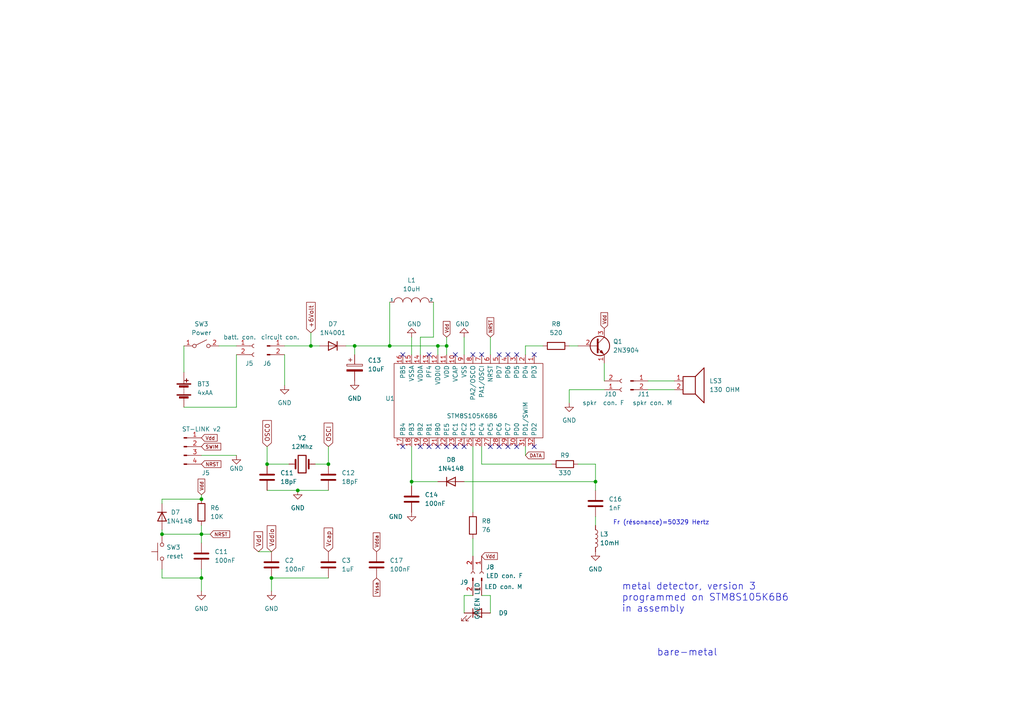
<source format=kicad_sch>
(kicad_sch (version 20211123) (generator eeschema)
  (paper "A4")
  (lib_symbols
    (symbol "Connector:Conn_01x02_Female" (pin_names (offset 1.016) hide)
      (property "Reference" "J" (at 0 2.54 0))
      (property "Value" "Conn_01x02_Female" (at 0 -5.08 0))
      (symbol "Conn_01x02_Female_1_1"
        (arc (start 0 -2.032) (mid -0.508 -2.54) (end 0 -3.048) (stroke (width 0.1524)))
        (polyline (pts (xy -1.27 -2.54) (xy -0.508 -2.54)) (stroke (width 0.1524)))
        (polyline (pts (xy -1.27 0) (xy -0.508 0)) (stroke (width 0.1524)))
        (arc (start 0 0.508) (mid -0.508 0) (end 0 -0.508) (stroke (width 0.1524)))
        (pin passive line (at -5.08 0 0) (length 3.81) (name "Pin_1") (number "1"))
        (pin passive line (at -5.08 -2.54 0) (length 3.81) (name "Pin_2") (number "2"))
      )
    )
    (symbol "Connector:Conn_01x02_Male" (pin_names (offset 1.016) hide)
      (property "Reference" "J" (at 0 2.54 0))
      (property "Value" "Conn_01x02_Male" (at 0 -5.08 0))
      (symbol "Conn_01x02_Male_1_1"
        (polyline (pts (xy 1.27 -2.54) (xy 0.8636 -2.54)) (stroke (width 0.1524)))
        (polyline (pts (xy 1.27 0) (xy 0.8636 0)) (stroke (width 0.1524)))
        (rectangle (start 0.8636 -2.413) (end 0 -2.667) (stroke (width 0.1524)) (fill (type outline)))
        (rectangle (start 0.8636 0.127) (end 0 -0.127) (stroke (width 0.1524)) (fill (type outline)))
        (pin passive line (at 5.08 0 180) (length 3.81) (name "Pin_1") (number "1"))
        (pin passive line (at 5.08 -2.54 180) (length 3.81) (name "Pin_2") (number "2"))
      )
    )
    (symbol "Connector:Conn_01x04_Male" (pin_names (offset 1.016) hide)
      (property "Reference" "J" (at 0 5.08 0))
      (property "Value" "Conn_01x04_Male" (at 0 -7.62 0))
      (symbol "Conn_01x04_Male_1_1"
        (polyline (pts (xy 1.27 -5.08) (xy 0.8636 -5.08)) (stroke (width 0.1524)))
        (polyline (pts (xy 1.27 -2.54) (xy 0.8636 -2.54)) (stroke (width 0.1524)))
        (polyline (pts (xy 1.27 0) (xy 0.8636 0)) (stroke (width 0.1524)))
        (polyline (pts (xy 1.27 2.54) (xy 0.8636 2.54)) (stroke (width 0.1524)))
        (rectangle (start 0.8636 -4.953) (end 0 -5.207) (stroke (width 0.1524)) (fill (type outline)))
        (rectangle (start 0.8636 -2.413) (end 0 -2.667) (stroke (width 0.1524)) (fill (type outline)))
        (rectangle (start 0.8636 0.127) (end 0 -0.127) (stroke (width 0.1524)) (fill (type outline)))
        (rectangle (start 0.8636 2.667) (end 0 2.413) (stroke (width 0.1524)) (fill (type outline)))
        (pin passive line (at 5.08 2.54 180) (length 3.81) (name "Pin_1") (number "1"))
        (pin passive line (at 5.08 0 180) (length 3.81) (name "Pin_2") (number "2"))
        (pin passive line (at 5.08 -2.54 180) (length 3.81) (name "Pin_3") (number "3"))
        (pin passive line (at 5.08 -5.08 180) (length 3.81) (name "Pin_4") (number "4"))
      )
    )
    (symbol "Device:Battery" (pin_numbers hide) (pin_names (offset 0) hide)
      (property "Reference" "BT" (at 2.54 2.54 0))
      (property "Value" "Battery" (at 2.54 0 0))
      (symbol "Battery_0_1"
        (rectangle (start -2.032 -1.397) (end 2.032 -1.651) (fill (type outline)))
        (rectangle (start -2.032 1.778) (end 2.032 1.524) (fill (type outline)))
        (rectangle (start -1.3208 -1.9812) (end 1.27 -2.4892) (fill (type outline)))
        (rectangle (start -1.3208 1.1938) (end 1.27 0.6858) (fill (type outline)))
        (polyline (pts (xy 0 -1.524) (xy 0 -1.27)))
        (polyline (pts (xy 0 -1.016) (xy 0 -0.762)))
        (polyline (pts (xy 0 -0.508) (xy 0 -0.254)))
        (polyline (pts (xy 0 0) (xy 0 0.254)))
        (polyline (pts (xy 0 0.508) (xy 0 0.762)))
        (polyline (pts (xy 0 1.778) (xy 0 2.54)))
        (polyline (pts (xy 0.254 2.667) (xy 1.27 2.667)) (stroke (width 0.254)))
        (polyline (pts (xy 0.762 3.175) (xy 0.762 2.159)) (stroke (width 0.254)))
      )
      (symbol "Battery_1_1"
        (pin passive line (at 0 5.08 270) (length 2.54) (name "+") (number "1"))
        (pin passive line (at 0 -5.08 90) (length 2.54) (name "-") (number "2"))
      )
    )
    (symbol "Device:C" (pin_numbers hide) (pin_names (offset 0.254))
      (property "Reference" "C" (at 0.635 2.54 0))
      (property "Value" "C" (at 0.635 -2.54 0))
      (symbol "C_0_1"
        (polyline (pts (xy -2.032 -0.762) (xy 2.032 -0.762)) (stroke (width 0.508)))
        (polyline (pts (xy -2.032 0.762) (xy 2.032 0.762)) (stroke (width 0.508)))
      )
      (symbol "C_1_1"
        (pin passive line (at 0 3.81 270) (length 2.794) (name "~") (number "1"))
        (pin passive line (at 0 -3.81 90) (length 2.794) (name "~") (number "2"))
      )
    )
    (symbol "Device:C_Polarized" (pin_numbers hide) (pin_names (offset 0.254))
      (property "Reference" "C" (at 0.635 2.54 0))
      (property "Value" "C_Polarized" (at 0.635 -2.54 0))
      (symbol "C_Polarized_0_1"
        (rectangle (start -2.286 0.508) (end 2.286 1.016))
        (polyline (pts (xy -1.778 2.286) (xy -0.762 2.286)))
        (polyline (pts (xy -1.27 2.794) (xy -1.27 1.778)))
        (rectangle (start 2.286 -0.508) (end -2.286 -1.016) (fill (type outline)))
      )
      (symbol "C_Polarized_1_1"
        (pin passive line (at 0 3.81 270) (length 2.794) (name "~") (number "1"))
        (pin passive line (at 0 -3.81 90) (length 2.794) (name "~") (number "2"))
      )
    )
    (symbol "Device:Crystal" (pin_numbers hide) (pin_names (offset 1.016) hide)
      (property "Reference" "Y" (at 0 3.81 0))
      (property "Value" "Crystal" (at 0 -3.81 0))
      (symbol "Crystal_0_1"
        (rectangle (start -1.143 2.54) (end 1.143 -2.54) (stroke (width 0.3048)))
        (polyline (pts (xy -2.54 0) (xy -1.905 0)))
        (polyline (pts (xy -1.905 -1.27) (xy -1.905 1.27)) (stroke (width 0.508)))
        (polyline (pts (xy 1.905 -1.27) (xy 1.905 1.27)) (stroke (width 0.508)))
        (polyline (pts (xy 2.54 0) (xy 1.905 0)))
      )
      (symbol "Crystal_1_1"
        (pin passive line (at -3.81 0 0) (length 1.27) (name "1") (number "1"))
        (pin passive line (at 3.81 0 180) (length 1.27) (name "2") (number "2"))
      )
    )
    (symbol "Device:L" (pin_numbers hide) (pin_names (offset 1.016) hide)
      (property "Reference" "L" (at -1.27 0 90))
      (property "Value" "L" (at 1.905 0 90))
      (symbol "L_0_1"
        (arc (start 0 -2.54) (mid 0.635 -1.905) (end 0 -1.27))
        (arc (start 0 -1.27) (mid 0.635 -0.635) (end 0 0))
        (arc (start 0 0) (mid 0.635 0.635) (end 0 1.27))
        (arc (start 0 1.27) (mid 0.635 1.905) (end 0 2.54))
      )
      (symbol "L_1_1"
        (pin passive line (at 0 3.81 270) (length 1.27) (name "1") (number "1"))
        (pin passive line (at 0 -3.81 90) (length 1.27) (name "2") (number "2"))
      )
    )
    (symbol "Device:LED" (pin_numbers hide) (pin_names (offset 1.016) hide)
      (property "Reference" "D" (at 0 2.54 0))
      (property "Value" "LED" (at 0 -2.54 0))
      (symbol "LED_0_1"
        (polyline (pts (xy -1.27 -1.27) (xy -1.27 1.27)) (stroke (width 0.254)))
        (polyline (pts (xy -1.27 0) (xy 1.27 0)))
        (polyline (pts (xy 1.27 -1.27) (xy 1.27 1.27) (xy -1.27 0) (xy 1.27 -1.27)) (stroke (width 0.254)))
        (polyline (pts (xy -3.048 -0.762) (xy -4.572 -2.286) (xy -3.81 -2.286) (xy -4.572 -2.286) (xy -4.572 -1.524)))
        (polyline (pts (xy -1.778 -0.762) (xy -3.302 -2.286) (xy -2.54 -2.286) (xy -3.302 -2.286) (xy -3.302 -1.524)))
      )
      (symbol "LED_1_1"
        (pin passive line (at -3.81 0 0) (length 2.54) (name "K") (number "1"))
        (pin passive line (at 3.81 0 180) (length 2.54) (name "A") (number "2"))
      )
    )
    (symbol "Device:R" (pin_numbers hide) (pin_names (offset 0))
      (property "Reference" "R" (at 2.032 0 90))
      (property "Value" "R" (at 0 0 90))
      (symbol "R_0_1"
        (rectangle (start -1.016 -2.54) (end 1.016 2.54) (stroke (width 0.254)))
      )
      (symbol "R_1_1"
        (pin passive line (at 0 3.81 270) (length 1.27) (name "~") (number "1"))
        (pin passive line (at 0 -3.81 90) (length 1.27) (name "~") (number "2"))
      )
    )
    (symbol "Device:Speaker" (pin_names (offset 0) hide)
      (property "Reference" "LS" (at 1.27 5.715 0))
      (property "Value" "Speaker" (at 1.27 3.81 0))
      (symbol "Speaker_0_0"
        (rectangle (start -2.54 1.27) (end 1.016 -3.81) (stroke (width 0.254)))
        (polyline (pts (xy 1.016 1.27) (xy 3.556 3.81) (xy 3.556 -6.35) (xy 1.016 -3.81)) (stroke (width 0.254)))
      )
      (symbol "Speaker_1_1"
        (pin input line (at -5.08 0 0) (length 2.54) (name "1") (number "1"))
        (pin input line (at -5.08 -2.54 0) (length 2.54) (name "2") (number "2"))
      )
    )
    (symbol "Diode:1N4001" (pin_numbers hide) (pin_names (offset 1.016) hide)
      (property "Reference" "D" (at 0 2.54 0))
      (property "Value" "1N4001" (at 0 -2.54 0))
      (symbol "1N4001_0_1"
        (polyline (pts (xy -1.27 1.27) (xy -1.27 -1.27)) (stroke (width 0.254)))
        (polyline (pts (xy 1.27 0) (xy -1.27 0)))
        (polyline (pts (xy 1.27 1.27) (xy 1.27 -1.27) (xy -1.27 0) (xy 1.27 1.27)) (stroke (width 0.254)))
      )
      (symbol "1N4001_1_1"
        (pin passive line (at -3.81 0 0) (length 2.54) (name "K") (number "1"))
        (pin passive line (at 3.81 0 180) (length 2.54) (name "A") (number "2"))
      )
    )
    (symbol "Diode:1N4148" (pin_numbers hide) (pin_names (offset 1.016) hide)
      (property "Reference" "D" (at 0 2.54 0))
      (property "Value" "1N4148" (at 0 -2.54 0))
      (symbol "1N4148_0_1"
        (polyline (pts (xy -1.27 1.27) (xy -1.27 -1.27)) (stroke (width 0.254)))
        (polyline (pts (xy 1.27 0) (xy -1.27 0)))
        (polyline (pts (xy 1.27 1.27) (xy 1.27 -1.27) (xy -1.27 0) (xy 1.27 1.27)) (stroke (width 0.254)))
      )
      (symbol "1N4148_1_1"
        (pin passive line (at -3.81 0 0) (length 2.54) (name "K") (number "1"))
        (pin passive line (at 3.81 0 180) (length 2.54) (name "A") (number "2"))
      )
    )
    (symbol "MCU_ST_STM8:STM8S105K6B6"
      (property "Reference" "U1" (at 0.6351 -25.4 90))
      (property "Value" "STM8S105K6B6" (at -2.54 -3.81 90))
      (symbol "STM8S105K6B6_0_1"
        (rectangle (start -10.16 24.13) (end 11.43 -19.05))
      )
      (symbol "STM8S105K6B6_1_1"
        (pin bidirectional line (at -12.7 21.59 0) (length 2.54) (name "PD3") (number "1"))
        (pin passive line (at -12.7 -1.27 0) (length 2.54) (name "VCAP") (number "10"))
        (pin power_in line (at -12.7 -3.81 0) (length 2.54) (name "VDD") (number "11"))
        (pin power_in line (at -12.7 -6.35 0) (length 2.54) (name "VDDIO") (number "12"))
        (pin bidirectional line (at -12.7 -8.89 0) (length 2.54) (name "PF4") (number "13"))
        (pin power_in line (at -12.7 -11.43 0) (length 2.54) (name "VDDA") (number "14"))
        (pin power_in line (at -12.7 -13.97 0) (length 2.54) (name "VSSA") (number "15"))
        (pin bidirectional line (at -12.7 -16.51 0) (length 2.54) (name "PB5") (number "16"))
        (pin bidirectional line (at 13.97 -16.51 180) (length 2.54) (name "PB4") (number "17"))
        (pin bidirectional line (at 13.97 -13.97 180) (length 2.54) (name "PB3") (number "18"))
        (pin bidirectional line (at 13.97 -11.43 180) (length 2.54) (name "PB2") (number "19"))
        (pin bidirectional line (at -12.7 19.05 0) (length 2.54) (name "PD4") (number "2"))
        (pin bidirectional line (at 13.97 -8.89 180) (length 2.54) (name "PB1") (number "20"))
        (pin bidirectional line (at 13.97 -6.35 180) (length 2.54) (name "PB0") (number "21"))
        (pin bidirectional line (at 13.97 -3.81 180) (length 2.54) (name "PE5") (number "22"))
        (pin bidirectional line (at 13.97 -1.27 180) (length 2.54) (name "PC1") (number "23"))
        (pin bidirectional line (at 13.97 1.27 180) (length 2.54) (name "PC2") (number "24"))
        (pin bidirectional line (at 13.97 3.81 180) (length 2.54) (name "PC3") (number "25"))
        (pin bidirectional line (at 13.97 6.35 180) (length 2.54) (name "PC4") (number "26"))
        (pin bidirectional line (at 13.97 8.89 180) (length 2.54) (name "PC5") (number "27"))
        (pin bidirectional line (at 13.97 11.43 180) (length 2.54) (name "PC6") (number "28"))
        (pin bidirectional line (at 13.97 13.97 180) (length 2.54) (name "PC7") (number "29"))
        (pin bidirectional line (at -12.7 16.51 0) (length 2.54) (name "PD5") (number "3"))
        (pin bidirectional line (at 13.97 16.51 180) (length 2.54) (name "PD0") (number "30"))
        (pin bidirectional line (at 13.97 19.05 180) (length 2.54) (name "PD1/SWIM") (number "31"))
        (pin bidirectional line (at 13.97 21.59 180) (length 2.54) (name "PD2") (number "32"))
        (pin bidirectional line (at -12.7 13.97 0) (length 2.54) (name "PD6") (number "4"))
        (pin bidirectional line (at -12.7 11.43 0) (length 2.54) (name "PD7") (number "5"))
        (pin bidirectional line (at -12.7 8.89 0) (length 2.54) (name "NRST") (number "6"))
        (pin bidirectional line (at -12.7 6.35 0) (length 2.54) (name "PA1/OSCI") (number "7"))
        (pin bidirectional line (at -12.7 3.81 0) (length 2.54) (name "PA2/OSCO") (number "8"))
        (pin power_in line (at -12.7 1.27 0) (length 2.54) (name "VSS") (number "9"))
      )
    )
    (symbol "Switch:SW_MEC_5G" (pin_numbers hide) (pin_names (offset 1.016) hide)
      (property "Reference" "SW" (at 1.27 2.54 0))
      (property "Value" "SW_MEC_5G" (at 0 -1.524 0))
      (symbol "SW_MEC_5G_0_1"
        (circle (center -2.032 0) (radius 0.508))
        (polyline (pts (xy 0 1.27) (xy 0 3.048)))
        (polyline (pts (xy 2.54 1.27) (xy -2.54 1.27)))
        (circle (center 2.032 0) (radius 0.508))
        (pin passive line (at -5.08 0 0) (length 2.54) (name "A") (number "1"))
        (pin passive line (at 5.08 0 180) (length 2.54) (name "B") (number "3"))
      )
      (symbol "SW_MEC_5G_1_1"
        (pin passive line (at -5.08 0 0) (length 2.54) hide (name "A") (number "2"))
        (pin passive line (at 5.08 0 180) (length 2.54) hide (name "B") (number "4"))
      )
    )
    (symbol "Switch:SW_SPST" (pin_names (offset 0) hide)
      (property "Reference" "SW" (at 0 3.175 0))
      (property "Value" "SW_SPST" (at 0 -2.54 0))
      (symbol "SW_SPST_0_0"
        (circle (center -2.032 0) (radius 0.508))
        (polyline (pts (xy -1.524 0.254) (xy 1.524 1.778)))
        (circle (center 2.032 0) (radius 0.508))
      )
      (symbol "SW_SPST_1_1"
        (pin passive line (at -5.08 0 0) (length 2.54) (name "A") (number "1"))
        (pin passive line (at 5.08 0 180) (length 2.54) (name "B") (number "2"))
      )
    )
    (symbol "Transistor_BJT:2N3904" (pin_names (offset 0) hide)
      (property "Reference" "Q" (at 5.08 1.905 0))
      (property "Value" "2N3904" (at 5.08 0 0))
      (symbol "2N3904_0_1"
        (polyline (pts (xy 0.635 0.635) (xy 2.54 2.54)))
        (polyline (pts (xy 0.635 -0.635) (xy 2.54 -2.54) (xy 2.54 -2.54)))
        (polyline (pts (xy 0.635 1.905) (xy 0.635 -1.905) (xy 0.635 -1.905)) (stroke (width 0.508)))
        (polyline (pts (xy 1.27 -1.778) (xy 1.778 -1.27) (xy 2.286 -2.286) (xy 1.27 -1.778) (xy 1.27 -1.778)) (fill (type outline)))
        (circle (center 1.27 0) (radius 2.8194) (stroke (width 0.254)))
      )
      (symbol "2N3904_1_1"
        (pin passive line (at 2.54 -5.08 90) (length 2.54) (name "E") (number "1"))
        (pin passive line (at -5.08 0 0) (length 5.715) (name "B") (number "2"))
        (pin passive line (at 2.54 5.08 270) (length 2.54) (name "C") (number "3"))
      )
    )
    (symbol "power:GND" (power) (pin_names (offset 0))
      (property "Value" "GND" (at 0 -3.81 0))
      (symbol "GND_0_1"
        (polyline (pts (xy 0 0) (xy 0 -1.27) (xy 1.27 -1.27) (xy 0 -2.54) (xy -1.27 -1.27) (xy 0 -1.27)))
      )
      (symbol "GND_1_1"
        (pin power_in line (at 0 0 270) (length 0) hide (name "GND") (number "1"))
      )
    )
    (symbol "pspice:INDUCTOR" (pin_numbers hide) (pin_names (offset 0))
      (property "Reference" "L" (at 0 2.54 0))
      (property "Value" "INDUCTOR" (at 0 -1.27 0))
      (symbol "INDUCTOR_0_1"
        (arc (start -2.54 0) (mid -3.81 1.27) (end -5.08 0))
        (arc (start 0 0) (mid -1.27 1.27) (end -2.54 0))
        (arc (start 2.54 0) (mid 1.27 1.27) (end 0 0))
        (arc (start 5.08 0) (mid 3.81 1.27) (end 2.54 0))
      )
      (symbol "INDUCTOR_1_1"
        (pin input line (at -6.35 0 0) (length 1.27) (name "1") (number "1"))
        (pin input line (at 6.35 0 180) (length 1.27) (name "2") (number "2"))
      )
    )
  )
  (junction (at 46.99 154.94))
  (junction (at 102.87 100.33))
  (junction (at 58.42 154.94))
  (junction (at 113.03 100.33))
  (junction (at 58.42 167.64))
  (junction (at 78.74 167.64))
  (junction (at 129.54 100.33))
  (junction (at 95.25 134.62))
  (junction (at 58.42 144.78))
  (junction (at 90.17 100.33))
  (junction (at 77.47 134.62))
  (junction (at 127 100.33))
  (junction (at 119.38 139.7))
  (junction (at 172.72 139.7))
  (junction (at 86.36 142.24))
  (no_connect (at 154.94 102.87))
  (no_connect (at 149.86 129.54))
  (no_connect (at 137.16 102.87))
  (no_connect (at 132.08 102.87))
  (no_connect (at 127 129.54))
  (no_connect (at 144.78 102.87))
  (no_connect (at 142.24 129.54))
  (no_connect (at 147.32 129.54))
  (no_connect (at 134.62 129.54))
  (no_connect (at 144.78 129.54))
  (no_connect (at 116.84 129.54))
  (no_connect (at 129.54 129.54))
  (no_connect (at 132.08 129.54))
  (no_connect (at 139.7 102.87))
  (no_connect (at 124.46 129.54))
  (no_connect (at 154.94 129.54))
  (no_connect (at 121.92 129.54))
  (no_connect (at 116.84 102.87))
  (no_connect (at 124.46 102.87))
  (no_connect (at 149.86 102.87))
  (no_connect (at 147.32 102.87))
  (wire (pts (xy 113.03 87.63) (xy 113.03 100.33)))
  (wire (pts (xy 119.38 97.79) (xy 119.38 102.87)))
  (wire (pts (xy 58.42 154.94) (xy 60.96 154.94)))
  (wire (pts (xy 46.99 167.64) (xy 58.42 167.64)))
  (wire (pts (xy 77.47 134.62) (xy 83.82 134.62)))
  (wire (pts (xy 119.38 139.7) (xy 127 139.7)))
  (wire (pts (xy 58.42 132.08) (xy 68.58 132.08)))
  (wire (pts (xy 58.42 165.1) (xy 58.42 167.64)))
  (wire (pts (xy 134.62 172.72) (xy 134.62 177.8)))
  (wire (pts (xy 102.87 100.33) (xy 113.03 100.33)))
  (wire (pts (xy 167.64 134.62) (xy 172.72 134.62)))
  (wire (pts (xy 137.16 129.54) (xy 137.16 148.59)))
  (wire (pts (xy 95.25 129.54) (xy 95.25 134.62)))
  (wire (pts (xy 58.42 143.51) (xy 58.42 144.78)))
  (wire (pts (xy 175.26 105.41) (xy 175.26 110.49)))
  (wire (pts (xy 53.34 118.11) (xy 68.58 118.11)))
  (wire (pts (xy 46.99 146.05) (xy 46.99 144.78)))
  (wire (pts (xy 137.16 172.72) (xy 134.62 172.72)))
  (wire (pts (xy 127 100.33) (xy 129.54 100.33)))
  (wire (pts (xy 129.54 97.79) (xy 129.54 100.33)))
  (wire (pts (xy 121.92 102.87) (xy 121.92 97.79)))
  (wire (pts (xy 142.24 97.79) (xy 142.24 102.87)))
  (wire (pts (xy 139.7 134.62) (xy 160.02 134.62)))
  (wire (pts (xy 137.16 156.21) (xy 137.16 161.29)))
  (wire (pts (xy 91.44 134.62) (xy 95.25 134.62)))
  (wire (pts (xy 127 102.87) (xy 127 100.33)))
  (wire (pts (xy 82.55 102.87) (xy 82.55 111.76)))
  (wire (pts (xy 90.17 96.52) (xy 90.17 100.33)))
  (wire (pts (xy 58.42 154.94) (xy 58.42 157.48)))
  (wire (pts (xy 134.62 97.79) (xy 134.62 102.87)))
  (wire (pts (xy 82.55 100.33) (xy 90.17 100.33)))
  (wire (pts (xy 121.92 97.79) (xy 125.73 97.79)))
  (wire (pts (xy 125.73 97.79) (xy 125.73 87.63)))
  (wire (pts (xy 90.17 100.33) (xy 92.71 100.33)))
  (wire (pts (xy 77.47 129.54) (xy 77.47 134.62)))
  (wire (pts (xy 77.47 142.24) (xy 86.36 142.24)))
  (wire (pts (xy 86.36 142.24) (xy 95.25 142.24)))
  (wire (pts (xy 46.99 144.78) (xy 58.42 144.78)))
  (wire (pts (xy 119.38 139.7) (xy 119.38 140.97)))
  (wire (pts (xy 100.33 100.33) (xy 102.87 100.33)))
  (wire (pts (xy 172.72 139.7) (xy 172.72 142.24)))
  (wire (pts (xy 129.54 100.33) (xy 129.54 102.87)))
  (wire (pts (xy 74.93 160.02) (xy 78.74 160.02)))
  (wire (pts (xy 78.74 167.64) (xy 78.74 171.45)))
  (wire (pts (xy 46.99 153.67) (xy 46.99 154.94)))
  (wire (pts (xy 187.96 110.49) (xy 195.58 110.49)))
  (wire (pts (xy 139.7 172.72) (xy 142.24 172.72)))
  (wire (pts (xy 58.42 152.4) (xy 58.42 154.94)))
  (wire (pts (xy 68.58 118.11) (xy 68.58 102.87)))
  (wire (pts (xy 78.74 167.64) (xy 95.25 167.64)))
  (wire (pts (xy 187.96 113.03) (xy 195.58 113.03)))
  (wire (pts (xy 165.1 113.03) (xy 165.1 116.84)))
  (wire (pts (xy 134.62 139.7) (xy 172.72 139.7)))
  (wire (pts (xy 53.34 100.33) (xy 53.34 107.95)))
  (wire (pts (xy 152.4 129.54) (xy 152.4 132.08)))
  (wire (pts (xy 102.87 100.33) (xy 102.87 102.87)))
  (wire (pts (xy 46.99 154.94) (xy 58.42 154.94)))
  (wire (pts (xy 152.4 100.33) (xy 157.48 100.33)))
  (wire (pts (xy 139.7 129.54) (xy 139.7 134.62)))
  (wire (pts (xy 172.72 149.86) (xy 172.72 152.4)))
  (wire (pts (xy 46.99 165.1) (xy 46.99 167.64)))
  (wire (pts (xy 63.5 100.33) (xy 68.58 100.33)))
  (wire (pts (xy 165.1 100.33) (xy 167.64 100.33)))
  (wire (pts (xy 58.42 167.64) (xy 58.42 171.45)))
  (wire (pts (xy 152.4 100.33) (xy 152.4 102.87)))
  (wire (pts (xy 119.38 129.54) (xy 119.38 139.7)))
  (wire (pts (xy 175.26 113.03) (xy 165.1 113.03)))
  (wire (pts (xy 172.72 134.62) (xy 172.72 139.7)))
  (wire (pts (xy 113.03 100.33) (xy 127 100.33)))
  (wire (pts (xy 142.24 172.72) (xy 142.24 177.8)))
  (text "Fr (résonance)=50329 Hertz\n" (at 177.8 152.4 0) (effects (font (size 1.27 1.27)) (justify left bottom)))
  (text "bare-metal" (at 190.5 190.5 0) (effects (font (size 2 2)) (justify left bottom)))
  (text "metal detector, version 3\nprogrammed on STM8S105K6B6\nin assembly" (at 180.34 177.8 0) (effects (font (size 2 2)) (justify left bottom)))
  (global_label "Vdd" (shape input) (at 74.93 160.02 90) (property "Références Inter-Feuilles" "${INTERSHEET_REFS}" (effects hide)))
  (global_label "DATA" (shape input) (at 152.4 132.08 0) (effects (font (size 1 1))) (property "Références Inter-Feuilles" "${INTERSHEET_REFS}" (effects hide)))
  (global_label "Vdd" (shape input) (at 129.54 97.79 90) (effects (font (size 1 1))) (property "Références Inter-Feuilles" "${INTERSHEET_REFS}" (effects hide)))
  (global_label "OSCO" (shape input) (at 77.47 129.54 90) (property "Références Inter-Feuilles" "${INTERSHEET_REFS}" (effects hide)))
  (global_label "NRST" (shape input) (at 58.42 134.62 0) (effects (font (size 1 1))) (property "Références Inter-Feuilles" "${INTERSHEET_REFS}" (effects hide)))
  (global_label "Vddio" (shape input) (at 78.74 160.02 90) (property "Références Inter-Feuilles" "${INTERSHEET_REFS}" (effects hide)))
  (global_label "SWIM" (shape input) (at 58.42 129.54 0) (effects (font (size 1 1))) (property "Références Inter-Feuilles" "${INTERSHEET_REFS}" (effects hide)))
  (global_label "OSCI" (shape input) (at 95.25 129.54 90) (property "Références Inter-Feuilles" "${INTERSHEET_REFS}" (effects hide)))
  (global_label "Vdd" (shape input) (at 139.7 161.29 0) (effects (font (size 1 1))) (property "Références Inter-Feuilles" "${INTERSHEET_REFS}" (effects hide)))
  (global_label "NRST" (shape input) (at 142.24 97.79 90) (effects (font (size 1 1))) (property "Références Inter-Feuilles" "${INTERSHEET_REFS}" (effects hide)))
  (global_label "NRST" (shape input) (at 60.96 154.94 0) (effects (font (size 1 1))) (property "Références Inter-Feuilles" "${INTERSHEET_REFS}" (effects hide)))
  (global_label "Vdd" (shape input) (at 58.42 127 0) (effects (font (size 1 1))) (property "Références Inter-Feuilles" "${INTERSHEET_REFS}" (effects hide)))
  (global_label "Vcap" (shape input) (at 95.25 160.02 90) (property "Références Inter-Feuilles" "${INTERSHEET_REFS}" (effects hide)))
  (global_label "Vdd" (shape input) (at 58.42 143.51 90) (effects (font (size 1 1))) (property "Références Inter-Feuilles" "${INTERSHEET_REFS}" (effects hide)))
  (global_label "Vdda" (shape input) (at 109.22 160.02 90) (effects (font (size 1 1))) (property "Références Inter-Feuilles" "${INTERSHEET_REFS}" (effects hide)))
  (global_label "Vssa" (shape input) (at 109.22 167.64 270) (effects (font (size 1 1))) (property "Références Inter-Feuilles" "${INTERSHEET_REFS}" (effects hide)))
  (global_label "Vdd" (shape input) (at 175.26 95.25 90) (effects (font (size 1 1))) (property "Références Inter-Feuilles" "${INTERSHEET_REFS}" (effects hide)))
  (global_label "+6Volt" (shape input) (at 90.17 96.52 90) (property "Références Inter-Feuilles" "${INTERSHEET_REFS}" (effects hide)))
  (symbol (lib_id "Device:C") (at 119.38 144.78 180) (unit 1)
    (property "Reference" "C14" (at 123.19 143.5099 0) (effects (justify right)))
    (property "Value" "100nF" (at 123.19 146.0499 0) (effects (justify right)))
  )
  (symbol (lib_id "Diode:1N4001") (at 96.52 100.33 180) (unit 1)
    (property "Reference" "D7" (at 96.52 93.98 0))
    (property "Value" "1N4001" (at 96.52 96.52 0))
    (property "Footprint" "Diode_THT:D_DO-41_SOD81_P10.16mm_Horizontal" (effects hide))
    (property "Datasheet" "http://www.vishay.com/docs/88503/1n4001.pdf" (effects hide))
  )
  (symbol (lib_id "Transistor_BJT:2N3904") (at 172.72 100.33 0) (unit 1)
    (property "Reference" "Q1" (at 177.8 99.0599 0) (effects (justify left)))
    (property "Value" "2N3904" (at 177.8 101.5999 0) (effects (justify left)))
    (property "Footprint" "Package_TO_SOT_THT:TO-92_Inline" (effects hide))
    (property "Datasheet" "https://www.onsemi.com/pub/Collateral/2N3903-D.PDF" (effects hide))
  )
  (symbol (lib_id "Connector:Conn_01x02_Female") (at 73.66 100.33 0) (unit 1)
    (property "Reference" "J5" (at 71.12 105.41 0) (effects (justify left)))
    (property "Value" "batt. con." (at 64.77 97.79 0) (effects (justify left)))
  )
  (symbol (lib_id "Connector:Conn_01x02_Male") (at 139.7 167.64 270) (unit 1)
    (property "Reference" "J9" (at 134.62 168.91 90))
    (property "Value" "LED con. M" (at 146.05 170.18 90))
  )
  (symbol (lib_id "Device:Crystal") (at 87.63 134.62 0) (unit 1)
    (property "Reference" "Y2" (at 87.63 127 0))
    (property "Value" "12Mhz" (at 87.63 129.54 0))
  )
  (symbol (lib_id "Device:L") (at 172.72 156.21 0) (unit 1)
    (property "Reference" "L3" (at 173.99 154.9399 0) (effects (justify left)))
    (property "Value" "10mH" (at 173.99 157.4799 0) (effects (justify left)))
  )
  (symbol (lib_id "power:GND") (at 172.72 160.02 0) (unit 1)
    (property "Reference" "#PWR028" (effects hide))
    (property "Value" "GND" (at 172.72 165.1 0))
  )
  (symbol (lib_id "Device:R") (at 163.83 134.62 90) (unit 1)
    (property "Reference" "R9" (at 163.83 132.08 90))
    (property "Value" "330" (at 163.83 137.16 90))
  )
  (symbol (lib_id "Connector:Conn_01x02_Male") (at 182.88 110.49 0) (unit 1)
    (property "Reference" "J11" (at 186.69 114.3 0))
    (property "Value" "spkr con. M" (at 189.23 116.84 0))
  )
  (symbol (lib_id "power:GND") (at 68.58 132.08 0) (unit 1)
    (property "Reference" "#PWR020" (effects hide))
    (property "Value" "GND" (at 68.58 135.89 0))
  )
  (symbol (lib_id "power:GND") (at 102.87 110.49 0) (unit 1)
    (property "Reference" "#PWR022" (effects hide))
    (property "Value" "GND" (at 102.87 115.57 0))
  )
  (symbol (lib_id "power:GND") (at 86.36 142.24 0) (unit 1)
    (property "Reference" "#PWR020" (effects hide))
    (property "Value" "GND" (at 86.36 147.32 0))
  )
  (symbol (lib_id "Device:C") (at 78.74 163.83 0) (unit 1)
    (property "Reference" "C2" (at 82.55 162.5599 0) (effects (justify left)))
    (property "Value" "100nF" (at 82.55 165.0999 0) (effects (justify left)))
  )
  (symbol (lib_id "power:GND") (at 58.42 171.45 0) (unit 1)
    (property "Reference" "#PWR019" (effects hide))
    (property "Value" "GND" (at 58.42 176.53 0))
  )
  (symbol (lib_id "Connector:Conn_01x02_Male") (at 77.47 100.33 0) (unit 1)
    (property "Reference" "J6" (at 77.47 105.41 0))
    (property "Value" "circuit con." (at 81.28 97.79 0))
  )
  (symbol (lib_id "power:GND") (at 82.55 111.76 0) (unit 1)
    (property "Reference" "#PWR021" (effects hide))
    (property "Value" "GND" (at 82.55 116.84 0))
  )
  (symbol (lib_id "Device:C") (at 109.22 163.83 0) (unit 1)
    (property "Reference" "C17" (at 113.03 162.5599 0) (effects (justify left)))
    (property "Value" "100nF" (at 113.03 165.0999 0) (effects (justify left)))
  )
  (symbol (lib_id "Device:Speaker") (at 200.66 110.49 0) (unit 1)
    (property "Reference" "LS3" (at 205.74 110.49 0) (effects (justify left)))
    (property "Value" "130 OHM" (at 205.74 113.03 0) (effects (justify left)))
  )
  (symbol (lib_id "Device:C_Polarized") (at 102.87 106.68 0) (unit 1)
    (property "Reference" "C13" (at 106.68 104.5209 0) (effects (justify left)))
    (property "Value" "10uF" (at 106.68 107.0609 0) (effects (justify left)))
  )
  (symbol (lib_id "power:GND") (at 134.62 97.79 180) (unit 1)
    (property "Reference" "#PWR025" (effects hide))
    (property "Value" "GND" (at 132.08 93.98 0) (effects (justify right)))
  )
  (symbol (lib_id "Connector:Conn_01x02_Female") (at 139.7 166.37 270) (unit 1)
    (property "Reference" "J8" (at 140.97 164.4649 90) (effects (justify left)))
    (property "Value" "LED con. F" (at 140.97 167.0049 90) (effects (justify left)))
  )
  (symbol (lib_id "MCU_ST_STM8:STM8S105K6B6") (at 133.35 115.57 270) (unit 1)
    (property "Reference" "U1" (at 111.76 115.57 90) (effects (justify left)))
    (property "Value" "STM8S105K6B6" (at 129.54 120.65 90) (effects (justify left)))
  )
  (symbol (lib_id "Connector:Conn_01x04_Male") (at 53.34 129.54 0) (unit 1)
    (property "Reference" "J5" (at 59.69 137.16 0))
    (property "Value" "ST-LINK v2" (at 58.42 124.46 0))
  )
  (symbol (lib_id "Device:C") (at 172.72 146.05 0) (unit 1)
    (property "Reference" "C16" (at 176.53 144.7799 0) (effects (justify left)))
    (property "Value" "1nF" (at 176.53 147.3199 0) (effects (justify left)))
  )
  (symbol (lib_id "Device:R") (at 137.16 152.4 180) (unit 1)
    (property "Reference" "R8" (at 139.7 151.1299 0) (effects (justify right)))
    (property "Value" "76" (at 139.7 153.6699 0) (effects (justify right)))
  )
  (symbol (lib_id "power:GND") (at 119.38 97.79 180) (unit 1)
    (property "Reference" "#PWR023" (effects hide))
    (property "Value" "GND" (at 118.11 93.98 0) (effects (justify right)))
  )
  (symbol (lib_id "power:GND") (at 165.1 116.84 0) (unit 1)
    (property "Reference" "#PWR028" (effects hide))
    (property "Value" "GND" (at 165.1 121.92 0))
  )
  (symbol (lib_id "Device:C") (at 95.25 163.83 0) (unit 1)
    (property "Reference" "C3" (at 99.06 162.5599 0) (effects (justify left)))
    (property "Value" "1uF" (at 99.06 165.0999 0) (effects (justify left)))
  )
  (symbol (lib_id "Diode:1N4148") (at 130.81 139.7 0) (unit 1)
    (property "Reference" "D8" (at 130.81 133.35 0))
    (property "Value" "1N4148" (at 130.81 135.89 0))
    (property "Footprint" "Diode_THT:D_DO-35_SOD27_P7.62mm_Horizontal" (effects hide))
    (property "Datasheet" "https://assets.nexperia.com/documents/data-sheet/1N4148_1N4448.pdf" (effects hide))
  )
  (symbol (lib_id "Device:C") (at 77.47 138.43 0) (unit 1)
    (property "Reference" "C11" (at 81.28 137.1599 0) (effects (justify left)))
    (property "Value" "18pF" (at 81.28 139.6999 0) (effects (justify left)))
  )
  (symbol (lib_id "pspice:INDUCTOR") (at 119.38 87.63 0) (unit 1)
    (property "Reference" "L1" (at 119.38 81.28 0))
    (property "Value" "10uH" (at 119.38 83.82 0))
  )
  (symbol (lib_id "power:GND") (at 78.74 171.45 0) (unit 1)
    (property "Reference" "#PWR01" (effects hide))
    (property "Value" "GND" (at 78.74 176.53 0))
  )
  (symbol (lib_id "power:GND") (at 119.38 148.59 0) (unit 1)
    (property "Reference" "#PWR024" (effects hide))
    (property "Value" "GND" (at 116.84 149.8601 0) (effects (justify right)))
  )
  (symbol (lib_id "Device:C") (at 58.42 161.29 0) (unit 1)
    (property "Reference" "C11" (at 62.23 160.0199 0) (effects (justify left)))
    (property "Value" "100nF" (at 62.23 162.5599 0) (effects (justify left)))
  )
  (symbol (lib_id "Device:C") (at 95.25 138.43 0) (unit 1)
    (property "Reference" "C12" (at 99.06 137.1599 0) (effects (justify left)))
    (property "Value" "18pF" (at 99.06 139.6999 0) (effects (justify left)))
  )
  (symbol (lib_id "Diode:1N4001") (at 46.99 149.86 270) (unit 1)
    (property "Reference" "D7" (at 49.53 148.5899 90) (effects (justify left)))
    (property "Value" "1N4148" (at 48.26 151.13 90) (effects (justify left)))
    (property "Footprint" "Diode_THT:D_DO-41_SOD81_P10.16mm_Horizontal" (effects hide))
    (property "Datasheet" "http://www.vishay.com/docs/88503/1n4001.pdf" (effects hide))
  )
  (symbol (lib_id "Switch:SW_SPST") (at 58.42 100.33 0) (unit 1)
    (property "Reference" "SW3" (at 58.42 93.98 0))
    (property "Value" "Power" (at 58.42 96.52 0))
  )
  (symbol (lib_id "Device:Battery") (at 53.34 113.03 0) (unit 1)
    (property "Reference" "BT3" (at 57.15 111.3789 0) (effects (justify left)))
    (property "Value" "4xAA" (at 57.15 113.9189 0) (effects (justify left)))
  )
  (symbol (lib_id "Connector:Conn_01x02_Female") (at 180.34 113.03 0) (mirror x) (unit 1)
    (property "Reference" "J10" (at 175.26 114.3 0) (effects (justify left)))
    (property "Value" "spkr  con. F" (at 168.91 116.84 0) (effects (justify left)))
  )
  (symbol (lib_id "Device:R") (at 58.42 148.59 180) (unit 1)
    (property "Reference" "R6" (at 60.96 147.3199 0) (effects (justify right)))
    (property "Value" "10K" (at 60.96 149.8599 0) (effects (justify right)))
  )
  (symbol (lib_id "Switch:SW_MEC_5G") (at 46.99 160.02 90) (unit 1)
    (property "Reference" "SW3" (at 48.26 158.7499 90) (effects (justify right)))
    (property "Value" "reset" (at 48.26 161.2899 90) (effects (justify right)))
    (property "Datasheet" "http://www.apem.com/int/index.php?controller=attachment&id_attachment=488" (effects hide))
  )
  (symbol (lib_id "Device:R") (at 161.29 100.33 270) (unit 1)
    (property "Reference" "R8" (at 161.29 93.98 90))
    (property "Value" "520" (at 161.29 96.52 90))
  )
  (symbol (lib_id "Device:LED") (at 138.43 177.8 0) (unit 1)
    (property "Reference" "D9" (at 147.32 177.8 0) (effects (justify right)))
    (property "Value" "GREEN LED" (at 138.43 168.91 90) (effects (justify right)))
  )
)
</source>
